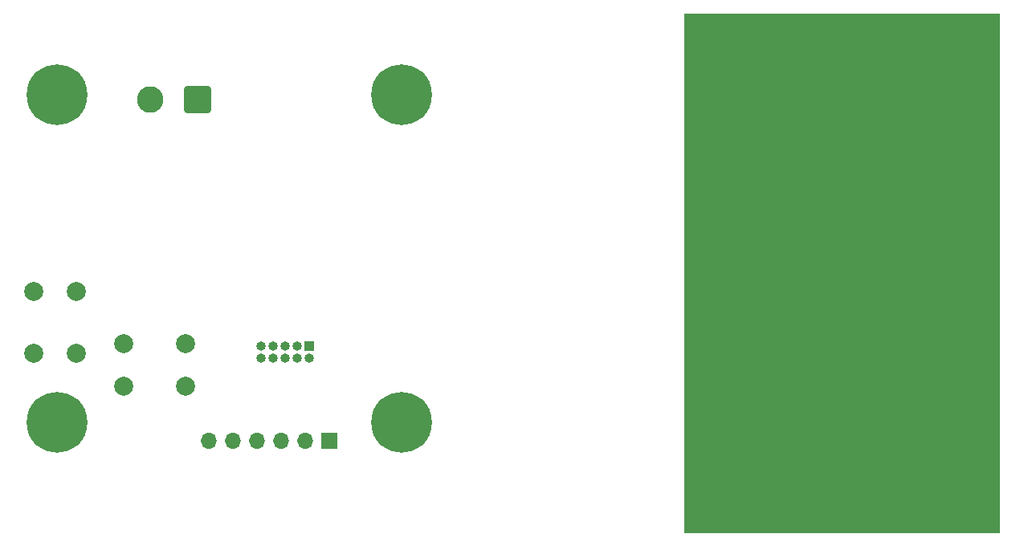
<source format=gbr>
%TF.GenerationSoftware,KiCad,Pcbnew,9.0.0*%
%TF.CreationDate,2025-08-28T16:21:25-07:00*%
%TF.ProjectId,Simple_12V_Panel,53696d70-6c65-45f3-9132-565f50616e65,rev?*%
%TF.SameCoordinates,Original*%
%TF.FileFunction,Soldermask,Bot*%
%TF.FilePolarity,Negative*%
%FSLAX46Y46*%
G04 Gerber Fmt 4.6, Leading zero omitted, Abs format (unit mm)*
G04 Created by KiCad (PCBNEW 9.0.0) date 2025-08-28 16:21:25*
%MOMM*%
%LPD*%
G01*
G04 APERTURE LIST*
G04 Aperture macros list*
%AMRoundRect*
0 Rectangle with rounded corners*
0 $1 Rounding radius*
0 $2 $3 $4 $5 $6 $7 $8 $9 X,Y pos of 4 corners*
0 Add a 4 corners polygon primitive as box body*
4,1,4,$2,$3,$4,$5,$6,$7,$8,$9,$2,$3,0*
0 Add four circle primitives for the rounded corners*
1,1,$1+$1,$2,$3*
1,1,$1+$1,$4,$5*
1,1,$1+$1,$6,$7*
1,1,$1+$1,$8,$9*
0 Add four rect primitives between the rounded corners*
20,1,$1+$1,$2,$3,$4,$5,0*
20,1,$1+$1,$4,$5,$6,$7,0*
20,1,$1+$1,$6,$7,$8,$9,0*
20,1,$1+$1,$8,$9,$2,$3,0*%
G04 Aperture macros list end*
%ADD10C,0.100000*%
%ADD11C,6.400000*%
%ADD12C,2.000000*%
%ADD13RoundRect,0.250001X1.149999X1.149999X-1.149999X1.149999X-1.149999X-1.149999X1.149999X-1.149999X0*%
%ADD14C,2.800000*%
%ADD15R,1.700000X1.700000*%
%ADD16O,1.700000X1.700000*%
%ADD17R,1.000000X1.000000*%
%ADD18O,1.000000X1.000000*%
G04 APERTURE END LIST*
D10*
X180800000Y-76430000D02*
X214040000Y-76430000D01*
X214040000Y-131140000D01*
X180800000Y-131140000D01*
X180800000Y-76430000D01*
G36*
X180800000Y-76430000D02*
G01*
X214040000Y-76430000D01*
X214040000Y-131140000D01*
X180800000Y-131140000D01*
X180800000Y-76430000D01*
G37*
D11*
%TO.C,H4*%
X151000000Y-85000000D03*
%TD*%
%TO.C,H3*%
X114700000Y-85000000D03*
%TD*%
%TO.C,H2*%
X151000000Y-119500000D03*
%TD*%
%TO.C,H1*%
X114700000Y-119500000D03*
%TD*%
D12*
%TO.C,SW1*%
X112250000Y-112250000D03*
X112250000Y-105750000D03*
X116750000Y-112250000D03*
X116750000Y-105750000D03*
%TD*%
D13*
%TO.C,J1*%
X129500000Y-85500000D03*
D14*
X124500000Y-85500000D03*
%TD*%
D12*
%TO.C,SW3*%
X121750000Y-111250000D03*
X128250000Y-111250000D03*
X121750000Y-115750000D03*
X128250000Y-115750000D03*
%TD*%
D15*
%TO.C,J3*%
X143350000Y-121500000D03*
D16*
X140810000Y-121500000D03*
X138270000Y-121500000D03*
X135730000Y-121500000D03*
X133190000Y-121500000D03*
X130650000Y-121500000D03*
%TD*%
D17*
%TO.C,J4*%
X141310000Y-111500000D03*
D18*
X141310000Y-112770000D03*
X140040000Y-111500000D03*
X140040000Y-112770000D03*
X138770000Y-111500000D03*
X138770000Y-112770000D03*
X137500000Y-111500000D03*
X137500000Y-112770000D03*
X136230000Y-111500000D03*
X136230000Y-112770000D03*
%TD*%
M02*

</source>
